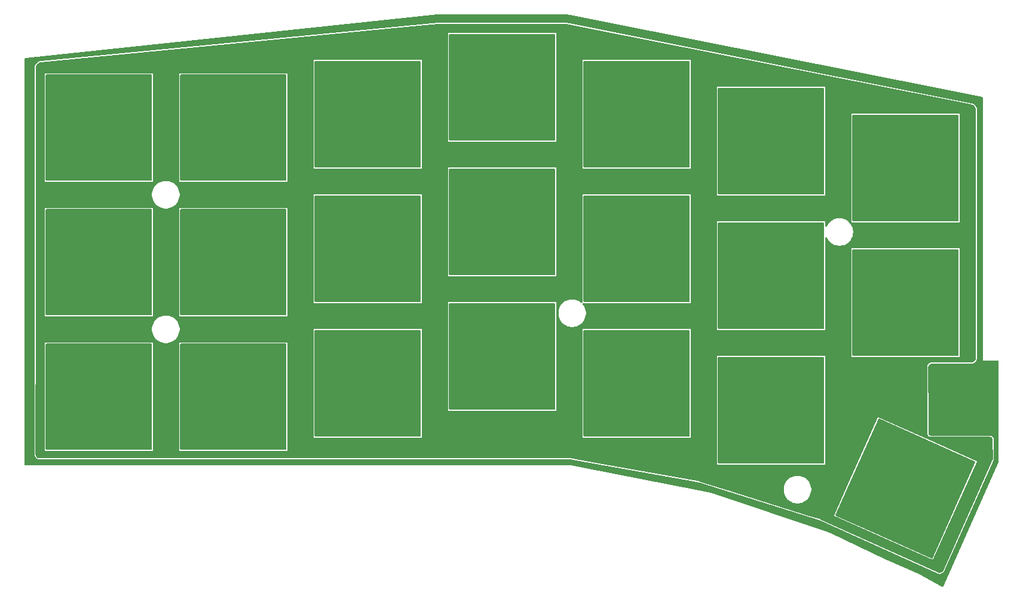
<source format=gbr>
G04 #@! TF.GenerationSoftware,KiCad,Pcbnew,8.0.0*
G04 #@! TF.CreationDate,2024-03-14T17:28:04+09:00*
G04 #@! TF.ProjectId,Pinky3,50696e6b-7933-42e6-9b69-6361645f7063,0.3*
G04 #@! TF.SameCoordinates,Original*
G04 #@! TF.FileFunction,Copper,L1,Top*
G04 #@! TF.FilePolarity,Positive*
%FSLAX46Y46*%
G04 Gerber Fmt 4.6, Leading zero omitted, Abs format (unit mm)*
G04 Created by KiCad (PCBNEW 8.0.0) date 2024-03-14 17:28:04*
%MOMM*%
%LPD*%
G01*
G04 APERTURE LIST*
G04 APERTURE END LIST*
G04 #@! TA.AperFunction,Conductor*
G36*
X160596434Y-110270501D02*
G01*
X173997104Y-116236865D01*
X174114170Y-116288986D01*
X174168266Y-116334966D01*
X174188915Y-116402894D01*
X174178028Y-116455342D01*
X168159544Y-129973074D01*
X168113564Y-130027170D01*
X168045636Y-130047819D01*
X167993189Y-130036932D01*
X159910194Y-126438150D01*
X154475456Y-124018448D01*
X154421360Y-123972468D01*
X154400711Y-123904540D01*
X154411596Y-123852097D01*
X160430083Y-110334358D01*
X160476062Y-110280264D01*
X160543990Y-110259615D01*
X160596434Y-110270501D01*
G37*
G04 #@! TD.AperFunction*
G04 #@! TA.AperFunction,Conductor*
G36*
X152716621Y-101550502D02*
G01*
X152763114Y-101604158D01*
X152774500Y-101656500D01*
X152774500Y-116453500D01*
X152754498Y-116521621D01*
X152700842Y-116568114D01*
X152648500Y-116579500D01*
X137851500Y-116579500D01*
X137783379Y-116559498D01*
X137736886Y-116505842D01*
X137725500Y-116453500D01*
X137725500Y-101656500D01*
X137745502Y-101588379D01*
X137799158Y-101541886D01*
X137851500Y-101530500D01*
X152648500Y-101530500D01*
X152716621Y-101550502D01*
G37*
G04 #@! TD.AperFunction*
G04 #@! TA.AperFunction,Conductor*
G36*
X57466621Y-99645502D02*
G01*
X57513114Y-99699158D01*
X57524500Y-99751500D01*
X57524500Y-114548500D01*
X57504498Y-114616621D01*
X57450842Y-114663114D01*
X57398500Y-114674500D01*
X42601500Y-114674500D01*
X42533379Y-114654498D01*
X42486886Y-114600842D01*
X42475500Y-114548500D01*
X42475500Y-99751500D01*
X42495502Y-99683379D01*
X42549158Y-99636886D01*
X42601500Y-99625500D01*
X57398500Y-99625500D01*
X57466621Y-99645502D01*
G37*
G04 #@! TD.AperFunction*
G04 #@! TA.AperFunction,Conductor*
G36*
X76516621Y-99645502D02*
G01*
X76563114Y-99699158D01*
X76574500Y-99751500D01*
X76574500Y-114548500D01*
X76554498Y-114616621D01*
X76500842Y-114663114D01*
X76448500Y-114674500D01*
X61651500Y-114674500D01*
X61583379Y-114654498D01*
X61536886Y-114600842D01*
X61525500Y-114548500D01*
X61525500Y-99751500D01*
X61545502Y-99683379D01*
X61599158Y-99636886D01*
X61651500Y-99625500D01*
X76448500Y-99625500D01*
X76516621Y-99645502D01*
G37*
G04 #@! TD.AperFunction*
G04 #@! TA.AperFunction,Conductor*
G36*
X95566621Y-97740502D02*
G01*
X95613114Y-97794158D01*
X95624500Y-97846500D01*
X95624500Y-112643500D01*
X95604498Y-112711621D01*
X95550842Y-112758114D01*
X95498500Y-112769500D01*
X80701500Y-112769500D01*
X80633379Y-112749498D01*
X80586886Y-112695842D01*
X80575500Y-112643500D01*
X80575500Y-97846500D01*
X80595502Y-97778379D01*
X80649158Y-97731886D01*
X80701500Y-97720500D01*
X95498500Y-97720500D01*
X95566621Y-97740502D01*
G37*
G04 #@! TD.AperFunction*
G04 #@! TA.AperFunction,Conductor*
G36*
X133666621Y-97740502D02*
G01*
X133713114Y-97794158D01*
X133724500Y-97846500D01*
X133724500Y-112643500D01*
X133704498Y-112711621D01*
X133650842Y-112758114D01*
X133598500Y-112769500D01*
X118801500Y-112769500D01*
X118733379Y-112749498D01*
X118686886Y-112695842D01*
X118675500Y-112643500D01*
X118675500Y-97846500D01*
X118695502Y-97778379D01*
X118749158Y-97731886D01*
X118801500Y-97720500D01*
X133598500Y-97720500D01*
X133666621Y-97740502D01*
G37*
G04 #@! TD.AperFunction*
G04 #@! TA.AperFunction,Conductor*
G36*
X114616621Y-93930502D02*
G01*
X114663114Y-93984158D01*
X114674500Y-94036500D01*
X114674500Y-108833500D01*
X114654498Y-108901621D01*
X114600842Y-108948114D01*
X114548500Y-108959500D01*
X99751500Y-108959500D01*
X99683379Y-108939498D01*
X99636886Y-108885842D01*
X99625500Y-108833500D01*
X99625500Y-94036500D01*
X99645502Y-93968379D01*
X99699158Y-93921886D01*
X99751500Y-93910500D01*
X114548500Y-93910500D01*
X114616621Y-93930502D01*
G37*
G04 #@! TD.AperFunction*
G04 #@! TA.AperFunction,Conductor*
G36*
X171766621Y-86310502D02*
G01*
X171813114Y-86364158D01*
X171824500Y-86416500D01*
X171824500Y-101213500D01*
X171804498Y-101281621D01*
X171750842Y-101328114D01*
X171698500Y-101339500D01*
X156901500Y-101339500D01*
X156833379Y-101319498D01*
X156786886Y-101265842D01*
X156775500Y-101213500D01*
X156775500Y-86416500D01*
X156795502Y-86348379D01*
X156849158Y-86301886D01*
X156901500Y-86290500D01*
X171698500Y-86290500D01*
X171766621Y-86310502D01*
G37*
G04 #@! TD.AperFunction*
G04 #@! TA.AperFunction,Conductor*
G36*
X152716621Y-82500502D02*
G01*
X152763114Y-82554158D01*
X152774500Y-82606500D01*
X152774500Y-97403500D01*
X152754498Y-97471621D01*
X152700842Y-97518114D01*
X152648500Y-97529500D01*
X137851500Y-97529500D01*
X137783379Y-97509498D01*
X137736886Y-97455842D01*
X137725500Y-97403500D01*
X137725500Y-82606500D01*
X137745502Y-82538379D01*
X137799158Y-82491886D01*
X137851500Y-82480500D01*
X152648500Y-82480500D01*
X152716621Y-82500502D01*
G37*
G04 #@! TD.AperFunction*
G04 #@! TA.AperFunction,Conductor*
G36*
X133666621Y-78690502D02*
G01*
X133713114Y-78744158D01*
X133724500Y-78796500D01*
X133724500Y-93593500D01*
X133704498Y-93661621D01*
X133650842Y-93708114D01*
X133598500Y-93719500D01*
X118801500Y-93719500D01*
X118733379Y-93699498D01*
X118686886Y-93645842D01*
X118675500Y-93593500D01*
X118675500Y-78796500D01*
X118695502Y-78728379D01*
X118749158Y-78681886D01*
X118801500Y-78670500D01*
X133598500Y-78670500D01*
X133666621Y-78690502D01*
G37*
G04 #@! TD.AperFunction*
G04 #@! TA.AperFunction,Conductor*
G36*
X57466621Y-80595502D02*
G01*
X57513114Y-80649158D01*
X57524500Y-80701500D01*
X57524500Y-95498500D01*
X57504498Y-95566621D01*
X57450842Y-95613114D01*
X57398500Y-95624500D01*
X42601500Y-95624500D01*
X42533379Y-95604498D01*
X42486886Y-95550842D01*
X42475500Y-95498500D01*
X42475500Y-80701500D01*
X42495502Y-80633379D01*
X42549158Y-80586886D01*
X42601500Y-80575500D01*
X57398500Y-80575500D01*
X57466621Y-80595502D01*
G37*
G04 #@! TD.AperFunction*
G04 #@! TA.AperFunction,Conductor*
G36*
X76516621Y-80595502D02*
G01*
X76563114Y-80649158D01*
X76574500Y-80701500D01*
X76574500Y-95498500D01*
X76554498Y-95566621D01*
X76500842Y-95613114D01*
X76448500Y-95624500D01*
X61651500Y-95624500D01*
X61583379Y-95604498D01*
X61536886Y-95550842D01*
X61525500Y-95498500D01*
X61525500Y-80701500D01*
X61545502Y-80633379D01*
X61599158Y-80586886D01*
X61651500Y-80575500D01*
X76448500Y-80575500D01*
X76516621Y-80595502D01*
G37*
G04 #@! TD.AperFunction*
G04 #@! TA.AperFunction,Conductor*
G36*
X95566621Y-78690502D02*
G01*
X95613114Y-78744158D01*
X95624500Y-78796500D01*
X95624500Y-93593500D01*
X95604498Y-93661621D01*
X95550842Y-93708114D01*
X95498500Y-93719500D01*
X80701500Y-93719500D01*
X80633379Y-93699498D01*
X80586886Y-93645842D01*
X80575500Y-93593500D01*
X80575500Y-78796500D01*
X80595502Y-78728379D01*
X80649158Y-78681886D01*
X80701500Y-78670500D01*
X95498500Y-78670500D01*
X95566621Y-78690502D01*
G37*
G04 #@! TD.AperFunction*
G04 #@! TA.AperFunction,Conductor*
G36*
X114616621Y-74880502D02*
G01*
X114663114Y-74934158D01*
X114674500Y-74986500D01*
X114674500Y-89783500D01*
X114654498Y-89851621D01*
X114600842Y-89898114D01*
X114548500Y-89909500D01*
X99751500Y-89909500D01*
X99683379Y-89889498D01*
X99636886Y-89835842D01*
X99625500Y-89783500D01*
X99625500Y-74986500D01*
X99645502Y-74918379D01*
X99699158Y-74871886D01*
X99751500Y-74860500D01*
X114548500Y-74860500D01*
X114616621Y-74880502D01*
G37*
G04 #@! TD.AperFunction*
G04 #@! TA.AperFunction,Conductor*
G36*
X171766621Y-67260502D02*
G01*
X171813114Y-67314158D01*
X171824500Y-67366500D01*
X171824500Y-82163500D01*
X171804498Y-82231621D01*
X171750842Y-82278114D01*
X171698500Y-82289500D01*
X156901500Y-82289500D01*
X156833379Y-82269498D01*
X156786886Y-82215842D01*
X156775500Y-82163500D01*
X156775500Y-67366500D01*
X156795502Y-67298379D01*
X156849158Y-67251886D01*
X156901500Y-67240500D01*
X171698500Y-67240500D01*
X171766621Y-67260502D01*
G37*
G04 #@! TD.AperFunction*
G04 #@! TA.AperFunction,Conductor*
G36*
X152716621Y-63450502D02*
G01*
X152763114Y-63504158D01*
X152774500Y-63556500D01*
X152774500Y-78353500D01*
X152754498Y-78421621D01*
X152700842Y-78468114D01*
X152648500Y-78479500D01*
X137851500Y-78479500D01*
X137783379Y-78459498D01*
X137736886Y-78405842D01*
X137725500Y-78353500D01*
X137725500Y-63556500D01*
X137745502Y-63488379D01*
X137799158Y-63441886D01*
X137851500Y-63430500D01*
X152648500Y-63430500D01*
X152716621Y-63450502D01*
G37*
G04 #@! TD.AperFunction*
G04 #@! TA.AperFunction,Conductor*
G36*
X57466621Y-61545502D02*
G01*
X57513114Y-61599158D01*
X57524500Y-61651500D01*
X57524500Y-76448500D01*
X57504498Y-76516621D01*
X57450842Y-76563114D01*
X57398500Y-76574500D01*
X42601500Y-76574500D01*
X42533379Y-76554498D01*
X42486886Y-76500842D01*
X42475500Y-76448500D01*
X42475500Y-61651500D01*
X42495502Y-61583379D01*
X42549158Y-61536886D01*
X42601500Y-61525500D01*
X57398500Y-61525500D01*
X57466621Y-61545502D01*
G37*
G04 #@! TD.AperFunction*
G04 #@! TA.AperFunction,Conductor*
G36*
X76516621Y-61545502D02*
G01*
X76563114Y-61599158D01*
X76574500Y-61651500D01*
X76574500Y-76448500D01*
X76554498Y-76516621D01*
X76500842Y-76563114D01*
X76448500Y-76574500D01*
X61651500Y-76574500D01*
X61583379Y-76554498D01*
X61536886Y-76500842D01*
X61525500Y-76448500D01*
X61525500Y-61651500D01*
X61545502Y-61583379D01*
X61599158Y-61536886D01*
X61651500Y-61525500D01*
X76448500Y-61525500D01*
X76516621Y-61545502D01*
G37*
G04 #@! TD.AperFunction*
G04 #@! TA.AperFunction,Conductor*
G36*
X95566621Y-59640502D02*
G01*
X95613114Y-59694158D01*
X95624500Y-59746500D01*
X95624500Y-74543500D01*
X95604498Y-74611621D01*
X95550842Y-74658114D01*
X95498500Y-74669500D01*
X80701500Y-74669500D01*
X80633379Y-74649498D01*
X80586886Y-74595842D01*
X80575500Y-74543500D01*
X80575500Y-59746500D01*
X80595502Y-59678379D01*
X80649158Y-59631886D01*
X80701500Y-59620500D01*
X95498500Y-59620500D01*
X95566621Y-59640502D01*
G37*
G04 #@! TD.AperFunction*
G04 #@! TA.AperFunction,Conductor*
G36*
X133666621Y-59640502D02*
G01*
X133713114Y-59694158D01*
X133724500Y-59746500D01*
X133724500Y-74543500D01*
X133704498Y-74611621D01*
X133650842Y-74658114D01*
X133598500Y-74669500D01*
X118801500Y-74669500D01*
X118733379Y-74649498D01*
X118686886Y-74595842D01*
X118675500Y-74543500D01*
X118675500Y-59746500D01*
X118695502Y-59678379D01*
X118749158Y-59631886D01*
X118801500Y-59620500D01*
X133598500Y-59620500D01*
X133666621Y-59640502D01*
G37*
G04 #@! TD.AperFunction*
G04 #@! TA.AperFunction,Conductor*
G36*
X114616621Y-55830502D02*
G01*
X114663114Y-55884158D01*
X114674500Y-55936500D01*
X114674500Y-70733500D01*
X114654498Y-70801621D01*
X114600842Y-70848114D01*
X114548500Y-70859500D01*
X99751500Y-70859500D01*
X99683379Y-70839498D01*
X99636886Y-70785842D01*
X99625500Y-70733500D01*
X99625500Y-55936500D01*
X99645502Y-55868379D01*
X99699158Y-55821886D01*
X99751500Y-55810500D01*
X114548500Y-55810500D01*
X114616621Y-55830502D01*
G37*
G04 #@! TD.AperFunction*
G04 #@! TA.AperFunction,Conductor*
G36*
X116204717Y-54377900D02*
G01*
X173545529Y-65735396D01*
X173579835Y-65753019D01*
X173580875Y-65750808D01*
X173598932Y-65759295D01*
X173598933Y-65759295D01*
X173598935Y-65759297D01*
X173617379Y-65761619D01*
X173629060Y-65763654D01*
X173740608Y-65788551D01*
X173746044Y-65789765D01*
X173768627Y-65797098D01*
X173831236Y-65824185D01*
X173873133Y-65842312D01*
X173893935Y-65853749D01*
X173988108Y-65917772D01*
X174006400Y-65932914D01*
X174086883Y-66013464D01*
X174102009Y-66031769D01*
X174165946Y-66125984D01*
X174177369Y-66146800D01*
X174222498Y-66251345D01*
X174229813Y-66273938D01*
X174253494Y-66380458D01*
X174256497Y-66407839D01*
X174246155Y-101639482D01*
X174246148Y-101639534D01*
X174246144Y-101673384D01*
X174245351Y-101687483D01*
X174232065Y-101805313D01*
X174225785Y-101832818D01*
X174188970Y-101938008D01*
X174176728Y-101963424D01*
X174117430Y-102057790D01*
X174099839Y-102079848D01*
X174021033Y-102158651D01*
X173998976Y-102176240D01*
X173904608Y-102235537D01*
X173879190Y-102247779D01*
X173773997Y-102284591D01*
X173746491Y-102290870D01*
X173628472Y-102304173D01*
X173614374Y-102304966D01*
X173580021Y-102304969D01*
X173579983Y-102304975D01*
X168140286Y-102306260D01*
X168101325Y-102300095D01*
X168089914Y-102296388D01*
X168065383Y-102296388D01*
X168013829Y-102296388D01*
X168013270Y-102296446D01*
X167992374Y-102296468D01*
X167849614Y-102327133D01*
X167849605Y-102327136D01*
X167716474Y-102387090D01*
X167716464Y-102387096D01*
X167598893Y-102473667D01*
X167598889Y-102473671D01*
X167502108Y-102583012D01*
X167430445Y-102710235D01*
X167430442Y-102710242D01*
X167387093Y-102849671D01*
X167387092Y-102849677D01*
X167382723Y-102897599D01*
X167380901Y-102910340D01*
X167380113Y-102914365D01*
X167380131Y-102920015D01*
X167379624Y-102931704D01*
X167378013Y-102949585D01*
X167380282Y-102969467D01*
X167408938Y-112284913D01*
X167408939Y-112285453D01*
X167408851Y-112358303D01*
X167408851Y-112358308D01*
X167439341Y-112483362D01*
X167498580Y-112597642D01*
X167498584Y-112597648D01*
X167567489Y-112676640D01*
X167583196Y-112694646D01*
X167688376Y-112768853D01*
X167808136Y-112816043D01*
X167935665Y-112833530D01*
X167935666Y-112833529D01*
X167935667Y-112833530D01*
X167990908Y-112827759D01*
X167999677Y-112826843D01*
X168011524Y-112825621D01*
X168024452Y-112824956D01*
X176174654Y-112824956D01*
X176201081Y-112827759D01*
X176207890Y-112829219D01*
X176207892Y-112829218D01*
X176207895Y-112829220D01*
X176223551Y-112827604D01*
X176241070Y-112827023D01*
X176321522Y-112829970D01*
X176356010Y-112836108D01*
X176424071Y-112858328D01*
X176455539Y-112873723D01*
X176514848Y-112913822D01*
X176540860Y-112937288D01*
X176586838Y-112992170D01*
X176605384Y-113021890D01*
X176634473Y-113087308D01*
X176644119Y-113120987D01*
X176655285Y-113200530D01*
X176656508Y-113218046D01*
X176656508Y-113251154D01*
X176656979Y-113254030D01*
X176686409Y-116011353D01*
X176675449Y-116064111D01*
X169654316Y-131773302D01*
X169635638Y-131803078D01*
X169565537Y-131886274D01*
X169545054Y-131905680D01*
X169452309Y-131975631D01*
X169428020Y-131989994D01*
X169322023Y-132037556D01*
X169295148Y-132046152D01*
X169181233Y-132068932D01*
X169153117Y-132071332D01*
X169036989Y-132068190D01*
X169009048Y-132064274D01*
X168896525Y-132035369D01*
X168870151Y-132025331D01*
X168771519Y-131974498D01*
X168756393Y-131965267D01*
X168740432Y-131956426D01*
X168733839Y-131952030D01*
X168723579Y-131949148D01*
X168705877Y-131942712D01*
X168690118Y-131935607D01*
X152271727Y-124533500D01*
X152263169Y-124529244D01*
X152252823Y-124523599D01*
X152251062Y-124523048D01*
X152250088Y-124522744D01*
X152235919Y-124517357D01*
X152233295Y-124516174D01*
X152221782Y-124513512D01*
X152212562Y-124511008D01*
X150637670Y-124018501D01*
X154184802Y-124018501D01*
X154195565Y-124046541D01*
X154216243Y-124068330D01*
X154243679Y-124080545D01*
X154243681Y-124080546D01*
X168129572Y-130262943D01*
X168159597Y-130263729D01*
X168176947Y-130257068D01*
X168187637Y-130252966D01*
X168188749Y-130251910D01*
X168209425Y-130232290D01*
X174404039Y-116318960D01*
X174404825Y-116288935D01*
X174402429Y-116282693D01*
X174402142Y-116281149D01*
X174394061Y-116260893D01*
X174373387Y-116239108D01*
X174373382Y-116239104D01*
X174368360Y-116236869D01*
X174368352Y-116236862D01*
X174368351Y-116236865D01*
X174356523Y-116231598D01*
X167548632Y-113200530D01*
X160460056Y-110044493D01*
X160459247Y-110044471D01*
X160430029Y-110043706D01*
X160401992Y-110054469D01*
X160401987Y-110054472D01*
X160380204Y-110075144D01*
X160380203Y-110075145D01*
X160380203Y-110075146D01*
X156348209Y-119131153D01*
X154185589Y-123988476D01*
X154184802Y-124018501D01*
X150637670Y-124018501D01*
X139155814Y-120427845D01*
X147049500Y-120427845D01*
X147082872Y-120681332D01*
X147082873Y-120681338D01*
X147082874Y-120681340D01*
X147149050Y-120928313D01*
X147246896Y-121164535D01*
X147246897Y-121164536D01*
X147246902Y-121164546D01*
X147374736Y-121385961D01*
X147374741Y-121385967D01*
X147530385Y-121588807D01*
X147530404Y-121588828D01*
X147711171Y-121769595D01*
X147711181Y-121769604D01*
X147711187Y-121769610D01*
X147914035Y-121925261D01*
X148135465Y-122053104D01*
X148371687Y-122150950D01*
X148618660Y-122217126D01*
X148618666Y-122217126D01*
X148618667Y-122217127D01*
X148647751Y-122220956D01*
X148872157Y-122250500D01*
X148872164Y-122250500D01*
X149127836Y-122250500D01*
X149127843Y-122250500D01*
X149381340Y-122217126D01*
X149628313Y-122150950D01*
X149864535Y-122053104D01*
X150085965Y-121925261D01*
X150288813Y-121769610D01*
X150469610Y-121588813D01*
X150625261Y-121385965D01*
X150753104Y-121164535D01*
X150850950Y-120928313D01*
X150917126Y-120681340D01*
X150950500Y-120427843D01*
X150950500Y-120172157D01*
X150917126Y-119918660D01*
X150850950Y-119671687D01*
X150753104Y-119435465D01*
X150625261Y-119214035D01*
X150469610Y-119011187D01*
X150469604Y-119011181D01*
X150469595Y-119011171D01*
X150288828Y-118830404D01*
X150288807Y-118830385D01*
X150195548Y-118758825D01*
X150085965Y-118674739D01*
X150085963Y-118674738D01*
X150085961Y-118674736D01*
X149864546Y-118546902D01*
X149864541Y-118546899D01*
X149864535Y-118546896D01*
X149628313Y-118449050D01*
X149381340Y-118382874D01*
X149381338Y-118382873D01*
X149381332Y-118382872D01*
X149127845Y-118349500D01*
X149127843Y-118349500D01*
X148872157Y-118349500D01*
X148872154Y-118349500D01*
X148618667Y-118382872D01*
X148371687Y-118449050D01*
X148135463Y-118546897D01*
X148135453Y-118546902D01*
X147914038Y-118674736D01*
X147914032Y-118674741D01*
X147711192Y-118830385D01*
X147711171Y-118830404D01*
X147530404Y-119011171D01*
X147530385Y-119011192D01*
X147374741Y-119214032D01*
X147374736Y-119214038D01*
X147246902Y-119435453D01*
X147246897Y-119435463D01*
X147149050Y-119671687D01*
X147082872Y-119918667D01*
X147049500Y-120172154D01*
X147049500Y-120427845D01*
X139155814Y-120427845D01*
X135202393Y-119191514D01*
X135190939Y-119187043D01*
X135180302Y-119184383D01*
X135173272Y-119182407D01*
X135162785Y-119179128D01*
X135150668Y-119176975D01*
X134398370Y-118988900D01*
X134384816Y-118984583D01*
X134376387Y-118983090D01*
X134367810Y-118981260D01*
X134359514Y-118979186D01*
X134345364Y-118977593D01*
X121318727Y-116670018D01*
X137574500Y-116670018D01*
X137585993Y-116697766D01*
X137585996Y-116697770D01*
X137607229Y-116719003D01*
X137607233Y-116719006D01*
X137634982Y-116730500D01*
X152865018Y-116730500D01*
X152892767Y-116719006D01*
X152914006Y-116697767D01*
X152925500Y-116670018D01*
X152925500Y-101439982D01*
X152921373Y-101430018D01*
X156624500Y-101430018D01*
X156635993Y-101457766D01*
X156635996Y-101457770D01*
X156657229Y-101479003D01*
X156657233Y-101479006D01*
X156684982Y-101490500D01*
X171915018Y-101490500D01*
X171942767Y-101479006D01*
X171964006Y-101457767D01*
X171975500Y-101430018D01*
X171975500Y-86199982D01*
X171964006Y-86172233D01*
X171964003Y-86172229D01*
X171942770Y-86150996D01*
X171942766Y-86150993D01*
X171915018Y-86139500D01*
X156715018Y-86139500D01*
X156684982Y-86139500D01*
X156657233Y-86150993D01*
X156657229Y-86150996D01*
X156635996Y-86172229D01*
X156635993Y-86172233D01*
X156624500Y-86199981D01*
X156624500Y-101430018D01*
X152921373Y-101430018D01*
X152914006Y-101412233D01*
X152914003Y-101412229D01*
X152892770Y-101390996D01*
X152892766Y-101390993D01*
X152865018Y-101379500D01*
X137665018Y-101379500D01*
X137634982Y-101379500D01*
X137607233Y-101390993D01*
X137607229Y-101390996D01*
X137585996Y-101412229D01*
X137585993Y-101412233D01*
X137574500Y-101439981D01*
X137574500Y-116670018D01*
X121318727Y-116670018D01*
X117171446Y-115935357D01*
X117107859Y-115903780D01*
X117104329Y-115900384D01*
X117096298Y-115892353D01*
X117096294Y-115892350D01*
X117068546Y-115880857D01*
X116874854Y-115880857D01*
X116856165Y-115879214D01*
X116846919Y-115879408D01*
X116833642Y-115880857D01*
X41703120Y-115880857D01*
X41703109Y-115880855D01*
X41660598Y-115880856D01*
X41646492Y-115880064D01*
X41528670Y-115866793D01*
X41501161Y-115860515D01*
X41448562Y-115842111D01*
X41395966Y-115823708D01*
X41370545Y-115811466D01*
X41276176Y-115752171D01*
X41254114Y-115734577D01*
X41175311Y-115655772D01*
X41157719Y-115633711D01*
X41098429Y-115539345D01*
X41086187Y-115513923D01*
X41074217Y-115479713D01*
X41049378Y-115408719D01*
X41043105Y-115381226D01*
X41029824Y-115263301D01*
X41029034Y-115249103D01*
X41029445Y-114765018D01*
X42324500Y-114765018D01*
X42335993Y-114792766D01*
X42335996Y-114792770D01*
X42357229Y-114814003D01*
X42357233Y-114814006D01*
X42384982Y-114825500D01*
X57615018Y-114825500D01*
X57642767Y-114814006D01*
X57664006Y-114792767D01*
X57675500Y-114765018D01*
X61374500Y-114765018D01*
X61385993Y-114792766D01*
X61385996Y-114792770D01*
X61407229Y-114814003D01*
X61407233Y-114814006D01*
X61434982Y-114825500D01*
X76665018Y-114825500D01*
X76692767Y-114814006D01*
X76714006Y-114792767D01*
X76725500Y-114765018D01*
X76725500Y-112860018D01*
X80424500Y-112860018D01*
X80435993Y-112887766D01*
X80435996Y-112887770D01*
X80457229Y-112909003D01*
X80457233Y-112909006D01*
X80484982Y-112920500D01*
X95715018Y-112920500D01*
X95742767Y-112909006D01*
X95764006Y-112887767D01*
X95775500Y-112860018D01*
X118524500Y-112860018D01*
X118535993Y-112887766D01*
X118535996Y-112887770D01*
X118557229Y-112909003D01*
X118557233Y-112909006D01*
X118584982Y-112920500D01*
X133815018Y-112920500D01*
X133842767Y-112909006D01*
X133864006Y-112887767D01*
X133875500Y-112860018D01*
X133875500Y-97629982D01*
X133871373Y-97620018D01*
X137574500Y-97620018D01*
X137585993Y-97647766D01*
X137585996Y-97647770D01*
X137607229Y-97669003D01*
X137607233Y-97669006D01*
X137634982Y-97680500D01*
X152865018Y-97680500D01*
X152892767Y-97669006D01*
X152914006Y-97647767D01*
X152925500Y-97620018D01*
X152925500Y-84686913D01*
X152945502Y-84618792D01*
X152999158Y-84572299D01*
X153069432Y-84562195D01*
X153134012Y-84591689D01*
X153167907Y-84638693D01*
X153186896Y-84684535D01*
X153186897Y-84684536D01*
X153186902Y-84684546D01*
X153314736Y-84905961D01*
X153314741Y-84905967D01*
X153470385Y-85108807D01*
X153470404Y-85108828D01*
X153651171Y-85289595D01*
X153651181Y-85289604D01*
X153651187Y-85289610D01*
X153854035Y-85445261D01*
X154075465Y-85573104D01*
X154311687Y-85670950D01*
X154558660Y-85737126D01*
X154558666Y-85737126D01*
X154558667Y-85737127D01*
X154587751Y-85740956D01*
X154812157Y-85770500D01*
X154812164Y-85770500D01*
X155067836Y-85770500D01*
X155067843Y-85770500D01*
X155321340Y-85737126D01*
X155568313Y-85670950D01*
X155804535Y-85573104D01*
X156025965Y-85445261D01*
X156228813Y-85289610D01*
X156409610Y-85108813D01*
X156565261Y-84905965D01*
X156693104Y-84684535D01*
X156790950Y-84448313D01*
X156857126Y-84201340D01*
X156890500Y-83947843D01*
X156890500Y-83692157D01*
X156857126Y-83438660D01*
X156790950Y-83191687D01*
X156693104Y-82955465D01*
X156565261Y-82734035D01*
X156409610Y-82531187D01*
X156409604Y-82531181D01*
X156409595Y-82531171D01*
X156258442Y-82380018D01*
X156624500Y-82380018D01*
X156635993Y-82407766D01*
X156635996Y-82407770D01*
X156657229Y-82429003D01*
X156657233Y-82429006D01*
X156684982Y-82440500D01*
X171915018Y-82440500D01*
X171942767Y-82429006D01*
X171964006Y-82407767D01*
X171975500Y-82380018D01*
X171975500Y-67149982D01*
X171964006Y-67122233D01*
X171964003Y-67122229D01*
X171942770Y-67100996D01*
X171942766Y-67100993D01*
X171915018Y-67089500D01*
X156715018Y-67089500D01*
X156684982Y-67089500D01*
X156657233Y-67100993D01*
X156657229Y-67100996D01*
X156635996Y-67122229D01*
X156635993Y-67122233D01*
X156624500Y-67149981D01*
X156624500Y-82380018D01*
X156258442Y-82380018D01*
X156228828Y-82350404D01*
X156228807Y-82350385D01*
X156074030Y-82231621D01*
X156025965Y-82194739D01*
X156025963Y-82194738D01*
X156025961Y-82194736D01*
X155804546Y-82066902D01*
X155804541Y-82066899D01*
X155804535Y-82066896D01*
X155568313Y-81969050D01*
X155321340Y-81902874D01*
X155321338Y-81902873D01*
X155321332Y-81902872D01*
X155067845Y-81869500D01*
X155067843Y-81869500D01*
X154812157Y-81869500D01*
X154812154Y-81869500D01*
X154558667Y-81902872D01*
X154311687Y-81969050D01*
X154075463Y-82066897D01*
X154075453Y-82066902D01*
X153854038Y-82194736D01*
X153854032Y-82194741D01*
X153651192Y-82350385D01*
X153651171Y-82350404D01*
X153470404Y-82531171D01*
X153470385Y-82531192D01*
X153314741Y-82734032D01*
X153314736Y-82734038D01*
X153186902Y-82955453D01*
X153186899Y-82955458D01*
X153167909Y-83001305D01*
X153123360Y-83056585D01*
X153055997Y-83079006D01*
X152987205Y-83061447D01*
X152938827Y-83009485D01*
X152925500Y-82953086D01*
X152925500Y-82389981D01*
X152914006Y-82362233D01*
X152914003Y-82362229D01*
X152892770Y-82340996D01*
X152892766Y-82340993D01*
X152865018Y-82329500D01*
X137665018Y-82329500D01*
X137634982Y-82329500D01*
X137607233Y-82340993D01*
X137607229Y-82340996D01*
X137585996Y-82362229D01*
X137585993Y-82362233D01*
X137574500Y-82389981D01*
X137574500Y-97620018D01*
X133871373Y-97620018D01*
X133864006Y-97602233D01*
X133864003Y-97602229D01*
X133842770Y-97580996D01*
X133842766Y-97580993D01*
X133815018Y-97569500D01*
X118615018Y-97569500D01*
X118584982Y-97569500D01*
X118557233Y-97580993D01*
X118557229Y-97580996D01*
X118535996Y-97602229D01*
X118535993Y-97602233D01*
X118524500Y-97629981D01*
X118524500Y-112860018D01*
X95775500Y-112860018D01*
X95775500Y-109050018D01*
X99474500Y-109050018D01*
X99485993Y-109077766D01*
X99485996Y-109077770D01*
X99507229Y-109099003D01*
X99507233Y-109099006D01*
X99534982Y-109110500D01*
X114765018Y-109110500D01*
X114792767Y-109099006D01*
X114814006Y-109077767D01*
X114825500Y-109050018D01*
X114825500Y-95451365D01*
X115127115Y-95451365D01*
X115160487Y-95704852D01*
X115160488Y-95704858D01*
X115160489Y-95704860D01*
X115226665Y-95951833D01*
X115324511Y-96188055D01*
X115324512Y-96188056D01*
X115324517Y-96188066D01*
X115452351Y-96409481D01*
X115452356Y-96409487D01*
X115608000Y-96612327D01*
X115608019Y-96612348D01*
X115788786Y-96793115D01*
X115788796Y-96793124D01*
X115788802Y-96793130D01*
X115991650Y-96948781D01*
X116213080Y-97076624D01*
X116449302Y-97174470D01*
X116696275Y-97240646D01*
X116696281Y-97240646D01*
X116696282Y-97240647D01*
X116725366Y-97244476D01*
X116949772Y-97274020D01*
X116949779Y-97274020D01*
X117205451Y-97274020D01*
X117205458Y-97274020D01*
X117458955Y-97240646D01*
X117705928Y-97174470D01*
X117942150Y-97076624D01*
X118163580Y-96948781D01*
X118366428Y-96793130D01*
X118547225Y-96612333D01*
X118702876Y-96409485D01*
X118830719Y-96188055D01*
X118928565Y-95951833D01*
X118994741Y-95704860D01*
X119028115Y-95451363D01*
X119028115Y-95195677D01*
X118994741Y-94942180D01*
X118928565Y-94695207D01*
X118830719Y-94458985D01*
X118702876Y-94237555D01*
X118576765Y-94073204D01*
X118551164Y-94006984D01*
X118565429Y-93937435D01*
X118615030Y-93886639D01*
X118676727Y-93870500D01*
X133815018Y-93870500D01*
X133842767Y-93859006D01*
X133864006Y-93837767D01*
X133875500Y-93810018D01*
X133875500Y-78579982D01*
X133871373Y-78570018D01*
X137574500Y-78570018D01*
X137585993Y-78597766D01*
X137585996Y-78597770D01*
X137607229Y-78619003D01*
X137607233Y-78619006D01*
X137634982Y-78630500D01*
X152865018Y-78630500D01*
X152892767Y-78619006D01*
X152914006Y-78597767D01*
X152925500Y-78570018D01*
X152925500Y-63339982D01*
X152914006Y-63312233D01*
X152914003Y-63312229D01*
X152892770Y-63290996D01*
X152892766Y-63290993D01*
X152865018Y-63279500D01*
X137665018Y-63279500D01*
X137634982Y-63279500D01*
X137607233Y-63290993D01*
X137607229Y-63290996D01*
X137585996Y-63312229D01*
X137585993Y-63312233D01*
X137574500Y-63339981D01*
X137574500Y-78570018D01*
X133871373Y-78570018D01*
X133864006Y-78552233D01*
X133864003Y-78552229D01*
X133842770Y-78530996D01*
X133842766Y-78530993D01*
X133815018Y-78519500D01*
X118615018Y-78519500D01*
X118584982Y-78519500D01*
X118557233Y-78530993D01*
X118557229Y-78530996D01*
X118535996Y-78552229D01*
X118535993Y-78552233D01*
X118524500Y-78579981D01*
X118524500Y-93719700D01*
X118504498Y-93787821D01*
X118450842Y-93834314D01*
X118380568Y-93844418D01*
X118321797Y-93819663D01*
X118163580Y-93698259D01*
X118163575Y-93698256D01*
X118163574Y-93698255D01*
X117942161Y-93570422D01*
X117942156Y-93570419D01*
X117942150Y-93570416D01*
X117705928Y-93472570D01*
X117458955Y-93406394D01*
X117458953Y-93406393D01*
X117458947Y-93406392D01*
X117205460Y-93373020D01*
X117205458Y-93373020D01*
X116949772Y-93373020D01*
X116949769Y-93373020D01*
X116696282Y-93406392D01*
X116449302Y-93472570D01*
X116213078Y-93570417D01*
X116213068Y-93570422D01*
X115991653Y-93698256D01*
X115991647Y-93698261D01*
X115788807Y-93853905D01*
X115788786Y-93853924D01*
X115608019Y-94034691D01*
X115608000Y-94034712D01*
X115452356Y-94237552D01*
X115452351Y-94237558D01*
X115324517Y-94458973D01*
X115324512Y-94458983D01*
X115226665Y-94695207D01*
X115160487Y-94942187D01*
X115127115Y-95195674D01*
X115127115Y-95451365D01*
X114825500Y-95451365D01*
X114825500Y-93819982D01*
X114814006Y-93792233D01*
X114814003Y-93792229D01*
X114792770Y-93770996D01*
X114792766Y-93770993D01*
X114765018Y-93759500D01*
X99565018Y-93759500D01*
X99534982Y-93759500D01*
X99507233Y-93770993D01*
X99507229Y-93770996D01*
X99485996Y-93792229D01*
X99485993Y-93792233D01*
X99474500Y-93819981D01*
X99474500Y-109050018D01*
X95775500Y-109050018D01*
X95775500Y-97629982D01*
X95764006Y-97602233D01*
X95764003Y-97602229D01*
X95742770Y-97580996D01*
X95742766Y-97580993D01*
X95715018Y-97569500D01*
X80515018Y-97569500D01*
X80484982Y-97569500D01*
X80457233Y-97580993D01*
X80457229Y-97580996D01*
X80435996Y-97602229D01*
X80435993Y-97602233D01*
X80424500Y-97629981D01*
X80424500Y-112860018D01*
X76725500Y-112860018D01*
X76725500Y-99534982D01*
X76714006Y-99507233D01*
X76714003Y-99507229D01*
X76692770Y-99485996D01*
X76692766Y-99485993D01*
X76665018Y-99474500D01*
X61465018Y-99474500D01*
X61434982Y-99474500D01*
X61407233Y-99485993D01*
X61407229Y-99485996D01*
X61385996Y-99507229D01*
X61385993Y-99507233D01*
X61374500Y-99534981D01*
X61374500Y-114765018D01*
X57675500Y-114765018D01*
X57675500Y-99534982D01*
X57664006Y-99507233D01*
X57664003Y-99507229D01*
X57642770Y-99485996D01*
X57642766Y-99485993D01*
X57615018Y-99474500D01*
X42415018Y-99474500D01*
X42384982Y-99474500D01*
X42357233Y-99485993D01*
X42357229Y-99485996D01*
X42335996Y-99507229D01*
X42335993Y-99507233D01*
X42324500Y-99534981D01*
X42324500Y-114765018D01*
X41029445Y-114765018D01*
X41030763Y-113211748D01*
X41043904Y-97727845D01*
X57549500Y-97727845D01*
X57582872Y-97981332D01*
X57582873Y-97981338D01*
X57582874Y-97981340D01*
X57649050Y-98228313D01*
X57746896Y-98464535D01*
X57746897Y-98464536D01*
X57746902Y-98464546D01*
X57874736Y-98685961D01*
X57874741Y-98685967D01*
X58030385Y-98888807D01*
X58030404Y-98888828D01*
X58211171Y-99069595D01*
X58211181Y-99069604D01*
X58211187Y-99069610D01*
X58414035Y-99225261D01*
X58635465Y-99353104D01*
X58871687Y-99450950D01*
X59118660Y-99517126D01*
X59118666Y-99517126D01*
X59118667Y-99517127D01*
X59147751Y-99520956D01*
X59372157Y-99550500D01*
X59372164Y-99550500D01*
X59627836Y-99550500D01*
X59627843Y-99550500D01*
X59881340Y-99517126D01*
X60128313Y-99450950D01*
X60364535Y-99353104D01*
X60585965Y-99225261D01*
X60788813Y-99069610D01*
X60969610Y-98888813D01*
X61125261Y-98685965D01*
X61253104Y-98464535D01*
X61350950Y-98228313D01*
X61417126Y-97981340D01*
X61450500Y-97727843D01*
X61450500Y-97472157D01*
X61417126Y-97218660D01*
X61350950Y-96971687D01*
X61253104Y-96735465D01*
X61125261Y-96514035D01*
X60969610Y-96311187D01*
X60969604Y-96311181D01*
X60969595Y-96311171D01*
X60788828Y-96130404D01*
X60788807Y-96130385D01*
X60695548Y-96058825D01*
X60585965Y-95974739D01*
X60585963Y-95974738D01*
X60585961Y-95974736D01*
X60364546Y-95846902D01*
X60364541Y-95846899D01*
X60364535Y-95846896D01*
X60128313Y-95749050D01*
X60001303Y-95715018D01*
X61374500Y-95715018D01*
X61385993Y-95742766D01*
X61385996Y-95742770D01*
X61407229Y-95764003D01*
X61407233Y-95764006D01*
X61434982Y-95775500D01*
X76665018Y-95775500D01*
X76692767Y-95764006D01*
X76714006Y-95742767D01*
X76725500Y-95715018D01*
X76725500Y-93810018D01*
X80424500Y-93810018D01*
X80435993Y-93837766D01*
X80435996Y-93837770D01*
X80457229Y-93859003D01*
X80457233Y-93859006D01*
X80484982Y-93870500D01*
X95715018Y-93870500D01*
X95742767Y-93859006D01*
X95764006Y-93837767D01*
X95775500Y-93810018D01*
X95775500Y-90000018D01*
X99474500Y-90000018D01*
X99485993Y-90027766D01*
X99485996Y-90027770D01*
X99507229Y-90049003D01*
X99507233Y-90049006D01*
X99534982Y-90060500D01*
X114765018Y-90060500D01*
X114792767Y-90049006D01*
X114814006Y-90027767D01*
X114825500Y-90000018D01*
X114825500Y-74769982D01*
X114821373Y-74760018D01*
X118524500Y-74760018D01*
X118535993Y-74787766D01*
X118535996Y-74787770D01*
X118557229Y-74809003D01*
X118557233Y-74809006D01*
X118584982Y-74820500D01*
X133815018Y-74820500D01*
X133842767Y-74809006D01*
X133864006Y-74787767D01*
X133875500Y-74760018D01*
X133875500Y-59529982D01*
X133864006Y-59502233D01*
X133864003Y-59502229D01*
X133842770Y-59480996D01*
X133842766Y-59480993D01*
X133815018Y-59469500D01*
X118615018Y-59469500D01*
X118584982Y-59469500D01*
X118557233Y-59480993D01*
X118557229Y-59480996D01*
X118535996Y-59502229D01*
X118535993Y-59502233D01*
X118524500Y-59529981D01*
X118524500Y-74760018D01*
X114821373Y-74760018D01*
X114814006Y-74742233D01*
X114814003Y-74742229D01*
X114792770Y-74720996D01*
X114792766Y-74720993D01*
X114765018Y-74709500D01*
X99565018Y-74709500D01*
X99534982Y-74709500D01*
X99507233Y-74720993D01*
X99507229Y-74720996D01*
X99485996Y-74742229D01*
X99485993Y-74742233D01*
X99474500Y-74769981D01*
X99474500Y-90000018D01*
X95775500Y-90000018D01*
X95775500Y-78579982D01*
X95764006Y-78552233D01*
X95764003Y-78552229D01*
X95742770Y-78530996D01*
X95742766Y-78530993D01*
X95715018Y-78519500D01*
X80515018Y-78519500D01*
X80484982Y-78519500D01*
X80457233Y-78530993D01*
X80457229Y-78530996D01*
X80435996Y-78552229D01*
X80435993Y-78552233D01*
X80424500Y-78579981D01*
X80424500Y-93810018D01*
X76725500Y-93810018D01*
X76725500Y-80484982D01*
X76714006Y-80457233D01*
X76714003Y-80457229D01*
X76692770Y-80435996D01*
X76692766Y-80435993D01*
X76665018Y-80424500D01*
X61465018Y-80424500D01*
X61434982Y-80424500D01*
X61407233Y-80435993D01*
X61407229Y-80435996D01*
X61385996Y-80457229D01*
X61385993Y-80457233D01*
X61374500Y-80484981D01*
X61374500Y-95715018D01*
X60001303Y-95715018D01*
X59881340Y-95682874D01*
X59881338Y-95682873D01*
X59881332Y-95682872D01*
X59627845Y-95649500D01*
X59627843Y-95649500D01*
X59372157Y-95649500D01*
X59372154Y-95649500D01*
X59118667Y-95682872D01*
X58871687Y-95749050D01*
X58635463Y-95846897D01*
X58635453Y-95846902D01*
X58414038Y-95974736D01*
X58414032Y-95974741D01*
X58211192Y-96130385D01*
X58211171Y-96130404D01*
X58030404Y-96311171D01*
X58030385Y-96311192D01*
X57874741Y-96514032D01*
X57874736Y-96514038D01*
X57746902Y-96735453D01*
X57746897Y-96735463D01*
X57746896Y-96735465D01*
X57723009Y-96793134D01*
X57649050Y-96971687D01*
X57582872Y-97218667D01*
X57549500Y-97472154D01*
X57549500Y-97727845D01*
X41043904Y-97727845D01*
X41045612Y-95715018D01*
X42324500Y-95715018D01*
X42335993Y-95742766D01*
X42335996Y-95742770D01*
X42357229Y-95764003D01*
X42357233Y-95764006D01*
X42384982Y-95775500D01*
X57615018Y-95775500D01*
X57642767Y-95764006D01*
X57664006Y-95742767D01*
X57675500Y-95715018D01*
X57675500Y-80484982D01*
X57664006Y-80457233D01*
X57664003Y-80457229D01*
X57642770Y-80435996D01*
X57642766Y-80435993D01*
X57615018Y-80424500D01*
X42415018Y-80424500D01*
X42384982Y-80424500D01*
X42357233Y-80435993D01*
X42357229Y-80435996D01*
X42335996Y-80457229D01*
X42335993Y-80457233D01*
X42324500Y-80484981D01*
X42324500Y-95715018D01*
X41045612Y-95715018D01*
X41060072Y-78677845D01*
X57549500Y-78677845D01*
X57582872Y-78931332D01*
X57582873Y-78931338D01*
X57582874Y-78931340D01*
X57649050Y-79178313D01*
X57746896Y-79414535D01*
X57746897Y-79414536D01*
X57746902Y-79414546D01*
X57874736Y-79635961D01*
X57874741Y-79635967D01*
X58030385Y-79838807D01*
X58030404Y-79838828D01*
X58211171Y-80019595D01*
X58211181Y-80019604D01*
X58211187Y-80019610D01*
X58414035Y-80175261D01*
X58635465Y-80303104D01*
X58871687Y-80400950D01*
X59118660Y-80467126D01*
X59118666Y-80467126D01*
X59118667Y-80467127D01*
X59147751Y-80470956D01*
X59372157Y-80500500D01*
X59372164Y-80500500D01*
X59627836Y-80500500D01*
X59627843Y-80500500D01*
X59881340Y-80467126D01*
X60128313Y-80400950D01*
X60364535Y-80303104D01*
X60585965Y-80175261D01*
X60788813Y-80019610D01*
X60969610Y-79838813D01*
X61125261Y-79635965D01*
X61253104Y-79414535D01*
X61350950Y-79178313D01*
X61417126Y-78931340D01*
X61450500Y-78677843D01*
X61450500Y-78422157D01*
X61417126Y-78168660D01*
X61350950Y-77921687D01*
X61253104Y-77685465D01*
X61125261Y-77464035D01*
X60969610Y-77261187D01*
X60969604Y-77261181D01*
X60969595Y-77261171D01*
X60788828Y-77080404D01*
X60788807Y-77080385D01*
X60695548Y-77008825D01*
X60585965Y-76924739D01*
X60585963Y-76924738D01*
X60585961Y-76924736D01*
X60364546Y-76796902D01*
X60364541Y-76796899D01*
X60364535Y-76796896D01*
X60128313Y-76699050D01*
X60001303Y-76665018D01*
X61374500Y-76665018D01*
X61385993Y-76692766D01*
X61385996Y-76692770D01*
X61407229Y-76714003D01*
X61407233Y-76714006D01*
X61434982Y-76725500D01*
X76665018Y-76725500D01*
X76692767Y-76714006D01*
X76714006Y-76692767D01*
X76725500Y-76665018D01*
X76725500Y-74760018D01*
X80424500Y-74760018D01*
X80435993Y-74787766D01*
X80435996Y-74787770D01*
X80457229Y-74809003D01*
X80457233Y-74809006D01*
X80484982Y-74820500D01*
X95715018Y-74820500D01*
X95742767Y-74809006D01*
X95764006Y-74787767D01*
X95775500Y-74760018D01*
X95775500Y-70950018D01*
X99474500Y-70950018D01*
X99485993Y-70977766D01*
X99485996Y-70977770D01*
X99507229Y-70999003D01*
X99507233Y-70999006D01*
X99534982Y-71010500D01*
X114765018Y-71010500D01*
X114792767Y-70999006D01*
X114814006Y-70977767D01*
X114825500Y-70950018D01*
X114825500Y-55719982D01*
X114814006Y-55692233D01*
X114814003Y-55692229D01*
X114792770Y-55670996D01*
X114792766Y-55670993D01*
X114765018Y-55659500D01*
X99565018Y-55659500D01*
X99534982Y-55659500D01*
X99507233Y-55670993D01*
X99507229Y-55670996D01*
X99485996Y-55692229D01*
X99485993Y-55692233D01*
X99474500Y-55719981D01*
X99474500Y-70950018D01*
X95775500Y-70950018D01*
X95775500Y-59529982D01*
X95764006Y-59502233D01*
X95764003Y-59502229D01*
X95742770Y-59480996D01*
X95742766Y-59480993D01*
X95715018Y-59469500D01*
X80515018Y-59469500D01*
X80484982Y-59469500D01*
X80457233Y-59480993D01*
X80457229Y-59480996D01*
X80435996Y-59502229D01*
X80435993Y-59502233D01*
X80424500Y-59529981D01*
X80424500Y-74760018D01*
X76725500Y-74760018D01*
X76725500Y-61434982D01*
X76714006Y-61407233D01*
X76714003Y-61407229D01*
X76692770Y-61385996D01*
X76692766Y-61385993D01*
X76665018Y-61374500D01*
X61465018Y-61374500D01*
X61434982Y-61374500D01*
X61407233Y-61385993D01*
X61407229Y-61385996D01*
X61385996Y-61407229D01*
X61385993Y-61407233D01*
X61374500Y-61434981D01*
X61374500Y-76665018D01*
X60001303Y-76665018D01*
X59881340Y-76632874D01*
X59881338Y-76632873D01*
X59881332Y-76632872D01*
X59627845Y-76599500D01*
X59627843Y-76599500D01*
X59372157Y-76599500D01*
X59372154Y-76599500D01*
X59118667Y-76632872D01*
X58871687Y-76699050D01*
X58635463Y-76796897D01*
X58635453Y-76796902D01*
X58414038Y-76924736D01*
X58414032Y-76924741D01*
X58211192Y-77080385D01*
X58211171Y-77080404D01*
X58030404Y-77261171D01*
X58030385Y-77261192D01*
X57874741Y-77464032D01*
X57874736Y-77464038D01*
X57746902Y-77685453D01*
X57746897Y-77685463D01*
X57649050Y-77921687D01*
X57582872Y-78168667D01*
X57549500Y-78422154D01*
X57549500Y-78677845D01*
X41060072Y-78677845D01*
X41061780Y-76665018D01*
X42324500Y-76665018D01*
X42335993Y-76692766D01*
X42335996Y-76692770D01*
X42357229Y-76714003D01*
X42357233Y-76714006D01*
X42384982Y-76725500D01*
X57615018Y-76725500D01*
X57642767Y-76714006D01*
X57664006Y-76692767D01*
X57675500Y-76665018D01*
X57675500Y-61434982D01*
X57664006Y-61407233D01*
X57664003Y-61407229D01*
X57642770Y-61385996D01*
X57642766Y-61385993D01*
X57615018Y-61374500D01*
X42415018Y-61374500D01*
X42384982Y-61374500D01*
X42357233Y-61385993D01*
X42357229Y-61385996D01*
X42335996Y-61407229D01*
X42335993Y-61407233D01*
X42324500Y-61434981D01*
X42324500Y-76665018D01*
X41061780Y-76665018D01*
X41075471Y-60533524D01*
X41079448Y-60502231D01*
X41083904Y-60484918D01*
X41106464Y-60397261D01*
X41113659Y-60376799D01*
X41171709Y-60248347D01*
X41182314Y-60229419D01*
X41261546Y-60112851D01*
X41275240Y-60096028D01*
X41373314Y-59994790D01*
X41389701Y-59980562D01*
X41503690Y-59897670D01*
X41522284Y-59886463D01*
X41648804Y-59824375D01*
X41669041Y-59816528D01*
X41801400Y-59777941D01*
X41824621Y-59773484D01*
X95318962Y-54642588D01*
X98097605Y-54376076D01*
X98109635Y-54375500D01*
X116180237Y-54375500D01*
X116204717Y-54377900D01*
G37*
G04 #@! TD.AperFunction*
G04 #@! TA.AperFunction,Conductor*
G36*
X116312144Y-53002409D02*
G01*
X175158526Y-64679863D01*
X175221450Y-64712742D01*
X175256610Y-64774421D01*
X175260000Y-64803453D01*
X175260000Y-102000000D01*
X177374000Y-102000000D01*
X177442121Y-102020002D01*
X177488614Y-102073658D01*
X177500000Y-102126000D01*
X177500000Y-116373157D01*
X177489060Y-116424511D01*
X169656068Y-133974377D01*
X169610038Y-134028431D01*
X169542092Y-134049018D01*
X169479773Y-134033142D01*
X166261467Y-132243455D01*
X164712793Y-131578315D01*
X161370732Y-130142933D01*
X161366327Y-130140940D01*
X153582916Y-126438152D01*
X153582913Y-126438151D01*
X153582911Y-126438150D01*
X136726703Y-120769022D01*
X116840000Y-116840000D01*
X39583217Y-116866463D01*
X39515090Y-116846484D01*
X39468578Y-116792845D01*
X39457174Y-116740373D01*
X39458258Y-115283487D01*
X40878004Y-115283487D01*
X40878041Y-115283864D01*
X40878039Y-115332733D01*
X40878040Y-115332737D01*
X40907832Y-115482554D01*
X40907833Y-115482557D01*
X40907834Y-115482561D01*
X40966288Y-115623696D01*
X41051155Y-115750715D01*
X41159172Y-115858735D01*
X41286189Y-115943604D01*
X41427323Y-116002061D01*
X41577150Y-116031859D01*
X41653531Y-116031857D01*
X116038510Y-116031857D01*
X116839439Y-116031857D01*
X116861417Y-116033789D01*
X118143462Y-116260894D01*
X134336238Y-119129327D01*
X134344777Y-119131148D01*
X135129983Y-119327450D01*
X135132313Y-119328033D01*
X135139360Y-119330014D01*
X152181826Y-124659607D01*
X152195992Y-124664993D01*
X168666400Y-132090551D01*
X168684508Y-132100581D01*
X168735778Y-132134766D01*
X168880811Y-132194674D01*
X168880814Y-132194675D01*
X168995254Y-132217319D01*
X169034745Y-132225134D01*
X169191662Y-132224976D01*
X169345533Y-132194206D01*
X169490444Y-132134006D01*
X169620825Y-132046691D01*
X169731665Y-131935616D01*
X169762548Y-131889287D01*
X169769146Y-131881463D01*
X169775160Y-131872979D01*
X169775166Y-131872974D01*
X169775168Y-131872967D01*
X169775993Y-131871805D01*
X169784580Y-131856241D01*
X169788793Y-131849923D01*
X169788792Y-131849919D01*
X169791916Y-131838801D01*
X169798185Y-131821468D01*
X176820958Y-116108608D01*
X176825154Y-116100917D01*
X176830995Y-116086378D01*
X176832885Y-116081923D01*
X176837572Y-116071437D01*
X176838035Y-116069210D01*
X176838031Y-116068865D01*
X176838032Y-116068864D01*
X176837912Y-116057670D01*
X176837952Y-116052923D01*
X176838262Y-116041725D01*
X176838261Y-116041723D01*
X176838386Y-116037217D01*
X176837600Y-116028493D01*
X176807535Y-113211584D01*
X176807529Y-113210237D01*
X176807530Y-113209407D01*
X176807531Y-113209407D01*
X176807615Y-113145045D01*
X176777132Y-113019981D01*
X176717897Y-112905695D01*
X176717895Y-112905693D01*
X176717895Y-112905692D01*
X176633283Y-112808689D01*
X176577737Y-112769500D01*
X176528101Y-112734480D01*
X176528100Y-112734479D01*
X176528098Y-112734478D01*
X176408337Y-112687292D01*
X176408336Y-112687291D01*
X176280806Y-112669809D01*
X176280805Y-112669809D01*
X176256794Y-112672319D01*
X176247669Y-112673273D01*
X176234569Y-112673956D01*
X168021151Y-112673956D01*
X168015458Y-112673352D01*
X168011785Y-112673541D01*
X168006477Y-112674341D01*
X167992940Y-112675737D01*
X167975397Y-112676317D01*
X167894960Y-112673367D01*
X167860470Y-112667229D01*
X167792403Y-112645005D01*
X167760939Y-112629610D01*
X167701626Y-112589509D01*
X167675615Y-112566045D01*
X167629634Y-112511162D01*
X167611090Y-112481446D01*
X167581994Y-112416024D01*
X167572347Y-112382350D01*
X167561188Y-112302900D01*
X167559964Y-112285395D01*
X167559964Y-112269400D01*
X167559963Y-112269399D01*
X167559963Y-112250121D01*
X167559828Y-112249284D01*
X167553771Y-110280264D01*
X167531218Y-102948136D01*
X167534072Y-102921079D01*
X167555516Y-102822063D01*
X167565763Y-102792790D01*
X167610556Y-102702402D01*
X167627646Y-102676515D01*
X167693167Y-102599808D01*
X167716055Y-102578889D01*
X167798335Y-102520512D01*
X167825645Y-102505816D01*
X167919695Y-102469310D01*
X167949767Y-102461733D01*
X167977815Y-102458253D01*
X167993294Y-102457295D01*
X173619357Y-102455966D01*
X173621649Y-102455966D01*
X173673648Y-102455966D01*
X173673858Y-102455941D01*
X173698026Y-102455940D01*
X173847843Y-102426133D01*
X173988968Y-102367674D01*
X174115977Y-102282808D01*
X174223992Y-102174796D01*
X174308862Y-102047789D01*
X174367326Y-101906666D01*
X174397138Y-101756850D01*
X174397144Y-101680473D01*
X174397144Y-101680459D01*
X174407492Y-66427166D01*
X174409756Y-66403428D01*
X174409965Y-66402340D01*
X174408482Y-66390481D01*
X174407508Y-66374795D01*
X174407509Y-66372369D01*
X174407507Y-66372364D01*
X174405091Y-66360193D01*
X174405981Y-66360016D01*
X174403606Y-66351105D01*
X174396659Y-66295165D01*
X174345237Y-66136351D01*
X174282433Y-66021899D01*
X174264934Y-65990009D01*
X174264932Y-65990006D01*
X174158598Y-65861329D01*
X174158596Y-65861327D01*
X174135624Y-65842311D01*
X174030004Y-65754882D01*
X173964153Y-65718675D01*
X173883726Y-65674455D01*
X173801044Y-65647607D01*
X173724955Y-65622901D01*
X173724953Y-65622900D01*
X173724954Y-65622900D01*
X173717569Y-65621977D01*
X173682035Y-65608751D01*
X173681188Y-65610801D01*
X173669720Y-65606061D01*
X116234214Y-54229809D01*
X116219866Y-54225463D01*
X116210401Y-54223581D01*
X116204650Y-54223017D01*
X116194988Y-54223024D01*
X116180072Y-54224500D01*
X98124865Y-54224500D01*
X98112195Y-54223861D01*
X98107741Y-54223410D01*
X98102392Y-54223924D01*
X98090362Y-54224500D01*
X98084979Y-54224500D01*
X98080572Y-54225376D01*
X98068036Y-54227218D01*
X41832518Y-59621034D01*
X41810991Y-59620806D01*
X41795244Y-59623955D01*
X41782585Y-59625823D01*
X41777843Y-59626278D01*
X41772282Y-59627949D01*
X41760622Y-59630853D01*
X41692284Y-59644450D01*
X41692274Y-59644453D01*
X41515632Y-59712953D01*
X41515628Y-59712955D01*
X41353361Y-59810769D01*
X41210302Y-59934982D01*
X41210293Y-59934993D01*
X41090678Y-60081930D01*
X40998073Y-60247213D01*
X40998071Y-60247216D01*
X40998071Y-60247218D01*
X40945301Y-60397269D01*
X40935211Y-60425959D01*
X40935210Y-60425962D01*
X40928389Y-60467018D01*
X40926755Y-60472723D01*
X40926941Y-60472761D01*
X40923828Y-60488342D01*
X40922814Y-60500572D01*
X40919707Y-60519280D01*
X40919686Y-60519409D01*
X40915641Y-60543603D01*
X40918595Y-60563340D01*
X40917943Y-60563437D01*
X40924422Y-60590996D01*
X40878064Y-115212595D01*
X40878031Y-115212807D01*
X40878028Y-115256255D01*
X40878028Y-115256353D01*
X40878004Y-115283487D01*
X39458258Y-115283487D01*
X39499915Y-59313263D01*
X39519968Y-59245160D01*
X39573658Y-59198707D01*
X39612632Y-59188062D01*
X97993376Y-53000701D01*
X98006655Y-53000000D01*
X116287620Y-53000000D01*
X116312144Y-53002409D01*
G37*
G04 #@! TD.AperFunction*
M02*

</source>
